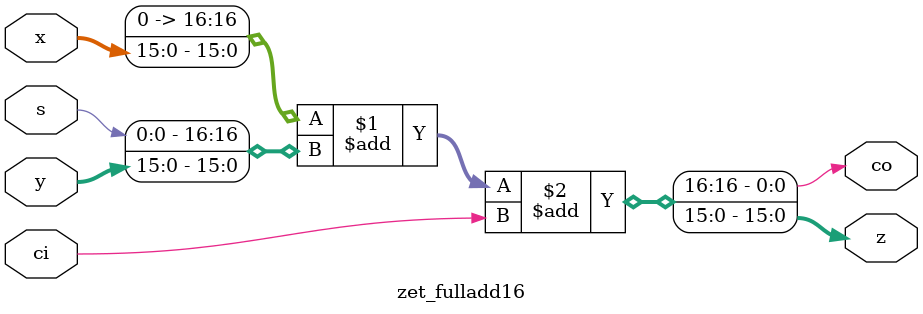
<source format=v>

/*
 *  16-bit full adder
 *  Copyright (C) 2008-2010  Zeus Gomez Marmolejo <zeus@aluzina.org>
 *
 *  This file is part of the Zet processor. This processor is free
 *  hardware; you can redistribute it and/or modify it under the terms of
 *  the GNU General Public License as published by the Free Software
 *  Foundation; either version 3, or (at your option) any later version.
 *
 *  Zet is distrubuted in the hope that it will be useful, but WITHOUT
 *  ANY WARRANTY; without even the implied warranty of MERCHANTABILITY
 *  or FITNESS FOR A PARTICULAR PURPOSE. See the GNU General Public
 *  License for more details.
 *
 *  You should have received a copy of the GNU General Public License
 *  along with Zet; see the file COPYING. If not, see
 *  <http://www.gnu.org/licenses/>.
 */

module zet_fulladd16 (
    input  [15:0] x,
    input  [15:0] y,
    input         ci,
    output        co,
    output [15:0] z,
    input         s
  );

  // Continuous assignments
  assign {co,z} = {1'b0, x} + {s, y} + ci;
endmodule

</source>
